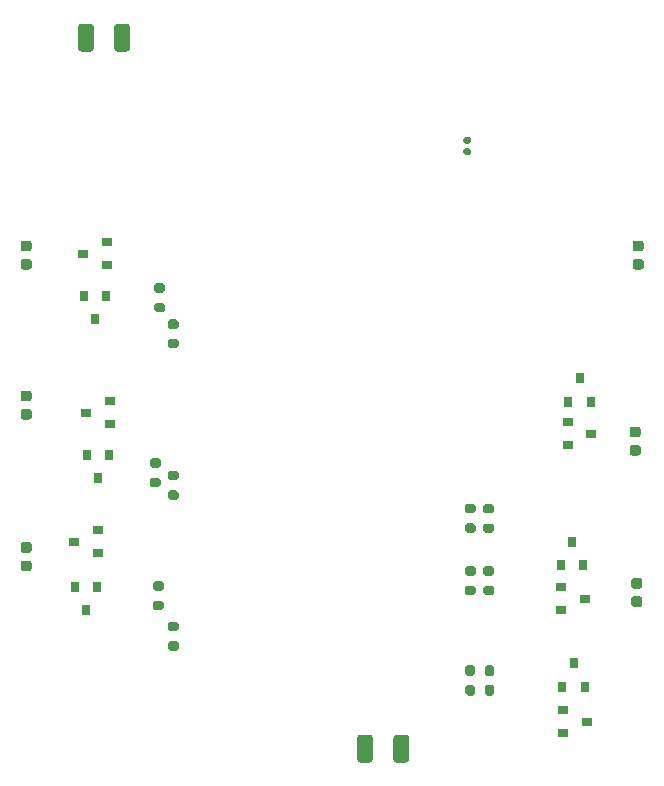
<source format=gbr>
G04 #@! TF.GenerationSoftware,KiCad,Pcbnew,5.1.9*
G04 #@! TF.CreationDate,2021-05-04T19:13:35+02:00*
G04 #@! TF.ProjectId,12v_FAN_Pico,3132765f-4641-44e5-9f50-69636f2e6b69,rev?*
G04 #@! TF.SameCoordinates,Original*
G04 #@! TF.FileFunction,Paste,Top*
G04 #@! TF.FilePolarity,Positive*
%FSLAX46Y46*%
G04 Gerber Fmt 4.6, Leading zero omitted, Abs format (unit mm)*
G04 Created by KiCad (PCBNEW 5.1.9) date 2021-05-04 19:13:35*
%MOMM*%
%LPD*%
G01*
G04 APERTURE LIST*
%ADD10R,0.900000X0.800000*%
%ADD11R,0.800000X0.900000*%
G04 APERTURE END LIST*
D10*
X47006000Y-77978000D03*
X49006000Y-77028000D03*
X49006000Y-78928000D03*
D11*
X48006000Y-83804000D03*
X47056000Y-81804000D03*
X48956000Y-81804000D03*
G36*
G01*
X94492000Y-54046000D02*
X94992000Y-54046000D01*
G75*
G02*
X95217000Y-54271000I0J-225000D01*
G01*
X95217000Y-54721000D01*
G75*
G02*
X94992000Y-54946000I-225000J0D01*
G01*
X94492000Y-54946000D01*
G75*
G02*
X94267000Y-54721000I0J225000D01*
G01*
X94267000Y-54271000D01*
G75*
G02*
X94492000Y-54046000I225000J0D01*
G01*
G37*
G36*
G01*
X94492000Y-52496000D02*
X94992000Y-52496000D01*
G75*
G02*
X95217000Y-52721000I0J-225000D01*
G01*
X95217000Y-53171000D01*
G75*
G02*
X94992000Y-53396000I-225000J0D01*
G01*
X94492000Y-53396000D01*
G75*
G02*
X94267000Y-53171000I0J225000D01*
G01*
X94267000Y-52721000D01*
G75*
G02*
X94492000Y-52496000I225000J0D01*
G01*
G37*
G36*
G01*
X94238000Y-69794000D02*
X94738000Y-69794000D01*
G75*
G02*
X94963000Y-70019000I0J-225000D01*
G01*
X94963000Y-70469000D01*
G75*
G02*
X94738000Y-70694000I-225000J0D01*
G01*
X94238000Y-70694000D01*
G75*
G02*
X94013000Y-70469000I0J225000D01*
G01*
X94013000Y-70019000D01*
G75*
G02*
X94238000Y-69794000I225000J0D01*
G01*
G37*
G36*
G01*
X94238000Y-68244000D02*
X94738000Y-68244000D01*
G75*
G02*
X94963000Y-68469000I0J-225000D01*
G01*
X94963000Y-68919000D01*
G75*
G02*
X94738000Y-69144000I-225000J0D01*
G01*
X94238000Y-69144000D01*
G75*
G02*
X94013000Y-68919000I0J225000D01*
G01*
X94013000Y-68469000D01*
G75*
G02*
X94238000Y-68244000I225000J0D01*
G01*
G37*
G36*
G01*
X94365000Y-82608000D02*
X94865000Y-82608000D01*
G75*
G02*
X95090000Y-82833000I0J-225000D01*
G01*
X95090000Y-83283000D01*
G75*
G02*
X94865000Y-83508000I-225000J0D01*
G01*
X94365000Y-83508000D01*
G75*
G02*
X94140000Y-83283000I0J225000D01*
G01*
X94140000Y-82833000D01*
G75*
G02*
X94365000Y-82608000I225000J0D01*
G01*
G37*
G36*
G01*
X94365000Y-81058000D02*
X94865000Y-81058000D01*
G75*
G02*
X95090000Y-81283000I0J-225000D01*
G01*
X95090000Y-81733000D01*
G75*
G02*
X94865000Y-81958000I-225000J0D01*
G01*
X94365000Y-81958000D01*
G75*
G02*
X94140000Y-81733000I0J225000D01*
G01*
X94140000Y-81283000D01*
G75*
G02*
X94365000Y-81058000I225000J0D01*
G01*
G37*
G36*
G01*
X42676000Y-79573000D02*
X43176000Y-79573000D01*
G75*
G02*
X43401000Y-79798000I0J-225000D01*
G01*
X43401000Y-80248000D01*
G75*
G02*
X43176000Y-80473000I-225000J0D01*
G01*
X42676000Y-80473000D01*
G75*
G02*
X42451000Y-80248000I0J225000D01*
G01*
X42451000Y-79798000D01*
G75*
G02*
X42676000Y-79573000I225000J0D01*
G01*
G37*
G36*
G01*
X42676000Y-78023000D02*
X43176000Y-78023000D01*
G75*
G02*
X43401000Y-78248000I0J-225000D01*
G01*
X43401000Y-78698000D01*
G75*
G02*
X43176000Y-78923000I-225000J0D01*
G01*
X42676000Y-78923000D01*
G75*
G02*
X42451000Y-78698000I0J225000D01*
G01*
X42451000Y-78248000D01*
G75*
G02*
X42676000Y-78023000I225000J0D01*
G01*
G37*
G36*
G01*
X42676000Y-66746000D02*
X43176000Y-66746000D01*
G75*
G02*
X43401000Y-66971000I0J-225000D01*
G01*
X43401000Y-67421000D01*
G75*
G02*
X43176000Y-67646000I-225000J0D01*
G01*
X42676000Y-67646000D01*
G75*
G02*
X42451000Y-67421000I0J225000D01*
G01*
X42451000Y-66971000D01*
G75*
G02*
X42676000Y-66746000I225000J0D01*
G01*
G37*
G36*
G01*
X42676000Y-65196000D02*
X43176000Y-65196000D01*
G75*
G02*
X43401000Y-65421000I0J-225000D01*
G01*
X43401000Y-65871000D01*
G75*
G02*
X43176000Y-66096000I-225000J0D01*
G01*
X42676000Y-66096000D01*
G75*
G02*
X42451000Y-65871000I0J225000D01*
G01*
X42451000Y-65421000D01*
G75*
G02*
X42676000Y-65196000I225000J0D01*
G01*
G37*
G36*
G01*
X42676000Y-54046000D02*
X43176000Y-54046000D01*
G75*
G02*
X43401000Y-54271000I0J-225000D01*
G01*
X43401000Y-54721000D01*
G75*
G02*
X43176000Y-54946000I-225000J0D01*
G01*
X42676000Y-54946000D01*
G75*
G02*
X42451000Y-54721000I0J225000D01*
G01*
X42451000Y-54271000D01*
G75*
G02*
X42676000Y-54046000I225000J0D01*
G01*
G37*
G36*
G01*
X42676000Y-52496000D02*
X43176000Y-52496000D01*
G75*
G02*
X43401000Y-52721000I0J-225000D01*
G01*
X43401000Y-53171000D01*
G75*
G02*
X43176000Y-53396000I-225000J0D01*
G01*
X42676000Y-53396000D01*
G75*
G02*
X42451000Y-53171000I0J225000D01*
G01*
X42451000Y-52721000D01*
G75*
G02*
X42676000Y-52496000I225000J0D01*
G01*
G37*
G36*
G01*
X80094000Y-44678000D02*
X80434000Y-44678000D01*
G75*
G02*
X80574000Y-44818000I0J-140000D01*
G01*
X80574000Y-45098000D01*
G75*
G02*
X80434000Y-45238000I-140000J0D01*
G01*
X80094000Y-45238000D01*
G75*
G02*
X79954000Y-45098000I0J140000D01*
G01*
X79954000Y-44818000D01*
G75*
G02*
X80094000Y-44678000I140000J0D01*
G01*
G37*
G36*
G01*
X80094000Y-43718000D02*
X80434000Y-43718000D01*
G75*
G02*
X80574000Y-43858000I0J-140000D01*
G01*
X80574000Y-44138000D01*
G75*
G02*
X80434000Y-44278000I-140000J0D01*
G01*
X80094000Y-44278000D01*
G75*
G02*
X79954000Y-44138000I0J140000D01*
G01*
X79954000Y-43858000D01*
G75*
G02*
X80094000Y-43718000I140000J0D01*
G01*
G37*
G36*
G01*
X48641500Y-34380997D02*
X48641500Y-36231003D01*
G75*
G02*
X48391503Y-36481000I-249997J0D01*
G01*
X47566497Y-36481000D01*
G75*
G02*
X47316500Y-36231003I0J249997D01*
G01*
X47316500Y-34380997D01*
G75*
G02*
X47566497Y-34131000I249997J0D01*
G01*
X48391503Y-34131000D01*
G75*
G02*
X48641500Y-34380997I0J-249997D01*
G01*
G37*
G36*
G01*
X51716500Y-34380997D02*
X51716500Y-36231003D01*
G75*
G02*
X51466503Y-36481000I-249997J0D01*
G01*
X50641497Y-36481000D01*
G75*
G02*
X50391500Y-36231003I0J249997D01*
G01*
X50391500Y-34380997D01*
G75*
G02*
X50641497Y-34131000I249997J0D01*
G01*
X51466503Y-34131000D01*
G75*
G02*
X51716500Y-34380997I0J-249997D01*
G01*
G37*
X89789000Y-64151000D03*
X90739000Y-66151000D03*
X88839000Y-66151000D03*
X89154000Y-77994000D03*
X90104000Y-79994000D03*
X88204000Y-79994000D03*
X49022000Y-72628000D03*
X48072000Y-70628000D03*
X49972000Y-70628000D03*
X89281000Y-88281000D03*
X90231000Y-90281000D03*
X88331000Y-90281000D03*
X48768000Y-59166000D03*
X47818000Y-57166000D03*
X49718000Y-57166000D03*
D10*
X90789000Y-68834000D03*
X88789000Y-69784000D03*
X88789000Y-67884000D03*
X90200203Y-82807282D03*
X88200203Y-83757282D03*
X88200203Y-81857282D03*
X50022000Y-68006000D03*
X50022000Y-66106000D03*
X48022000Y-67056000D03*
X90408000Y-93218000D03*
X88408000Y-94168000D03*
X88408000Y-92268000D03*
X47768000Y-53594000D03*
X49768000Y-52644000D03*
X49768000Y-54544000D03*
G36*
G01*
X74027000Y-96429003D02*
X74027000Y-94578997D01*
G75*
G02*
X74276997Y-94329000I249997J0D01*
G01*
X75102003Y-94329000D01*
G75*
G02*
X75352000Y-94578997I0J-249997D01*
G01*
X75352000Y-96429003D01*
G75*
G02*
X75102003Y-96679000I-249997J0D01*
G01*
X74276997Y-96679000D01*
G75*
G02*
X74027000Y-96429003I0J249997D01*
G01*
G37*
G36*
G01*
X70952000Y-96429003D02*
X70952000Y-94578997D01*
G75*
G02*
X71201997Y-94329000I249997J0D01*
G01*
X72027003Y-94329000D01*
G75*
G02*
X72277000Y-94578997I0J-249997D01*
G01*
X72277000Y-96429003D01*
G75*
G02*
X72027003Y-96679000I-249997J0D01*
G01*
X71201997Y-96679000D01*
G75*
G02*
X70952000Y-96429003I0J249997D01*
G01*
G37*
G36*
G01*
X55097000Y-86404000D02*
X55647000Y-86404000D01*
G75*
G02*
X55847000Y-86604000I0J-200000D01*
G01*
X55847000Y-87004000D01*
G75*
G02*
X55647000Y-87204000I-200000J0D01*
G01*
X55097000Y-87204000D01*
G75*
G02*
X54897000Y-87004000I0J200000D01*
G01*
X54897000Y-86604000D01*
G75*
G02*
X55097000Y-86404000I200000J0D01*
G01*
G37*
G36*
G01*
X55097000Y-84754000D02*
X55647000Y-84754000D01*
G75*
G02*
X55847000Y-84954000I0J-200000D01*
G01*
X55847000Y-85354000D01*
G75*
G02*
X55647000Y-85554000I-200000J0D01*
G01*
X55097000Y-85554000D01*
G75*
G02*
X54897000Y-85354000I0J200000D01*
G01*
X54897000Y-84954000D01*
G75*
G02*
X55097000Y-84754000I200000J0D01*
G01*
G37*
G36*
G01*
X54377000Y-82125000D02*
X53827000Y-82125000D01*
G75*
G02*
X53627000Y-81925000I0J200000D01*
G01*
X53627000Y-81525000D01*
G75*
G02*
X53827000Y-81325000I200000J0D01*
G01*
X54377000Y-81325000D01*
G75*
G02*
X54577000Y-81525000I0J-200000D01*
G01*
X54577000Y-81925000D01*
G75*
G02*
X54377000Y-82125000I-200000J0D01*
G01*
G37*
G36*
G01*
X54377000Y-83775000D02*
X53827000Y-83775000D01*
G75*
G02*
X53627000Y-83575000I0J200000D01*
G01*
X53627000Y-83175000D01*
G75*
G02*
X53827000Y-82975000I200000J0D01*
G01*
X54377000Y-82975000D01*
G75*
G02*
X54577000Y-83175000I0J-200000D01*
G01*
X54577000Y-83575000D01*
G75*
G02*
X54377000Y-83775000I-200000J0D01*
G01*
G37*
G36*
G01*
X81793487Y-76440007D02*
X82343487Y-76440007D01*
G75*
G02*
X82543487Y-76640007I0J-200000D01*
G01*
X82543487Y-77040007D01*
G75*
G02*
X82343487Y-77240007I-200000J0D01*
G01*
X81793487Y-77240007D01*
G75*
G02*
X81593487Y-77040007I0J200000D01*
G01*
X81593487Y-76640007D01*
G75*
G02*
X81793487Y-76440007I200000J0D01*
G01*
G37*
G36*
G01*
X81793487Y-74790007D02*
X82343487Y-74790007D01*
G75*
G02*
X82543487Y-74990007I0J-200000D01*
G01*
X82543487Y-75390007D01*
G75*
G02*
X82343487Y-75590007I-200000J0D01*
G01*
X81793487Y-75590007D01*
G75*
G02*
X81593487Y-75390007I0J200000D01*
G01*
X81593487Y-74990007D01*
G75*
G02*
X81793487Y-74790007I200000J0D01*
G01*
G37*
G36*
G01*
X81814923Y-81703430D02*
X82364923Y-81703430D01*
G75*
G02*
X82564923Y-81903430I0J-200000D01*
G01*
X82564923Y-82303430D01*
G75*
G02*
X82364923Y-82503430I-200000J0D01*
G01*
X81814923Y-82503430D01*
G75*
G02*
X81614923Y-82303430I0J200000D01*
G01*
X81614923Y-81903430D01*
G75*
G02*
X81814923Y-81703430I200000J0D01*
G01*
G37*
G36*
G01*
X81814923Y-80053430D02*
X82364923Y-80053430D01*
G75*
G02*
X82564923Y-80253430I0J-200000D01*
G01*
X82564923Y-80653430D01*
G75*
G02*
X82364923Y-80853430I-200000J0D01*
G01*
X81814923Y-80853430D01*
G75*
G02*
X81614923Y-80653430I0J200000D01*
G01*
X81614923Y-80253430D01*
G75*
G02*
X81814923Y-80053430I200000J0D01*
G01*
G37*
G36*
G01*
X53573000Y-72561000D02*
X54123000Y-72561000D01*
G75*
G02*
X54323000Y-72761000I0J-200000D01*
G01*
X54323000Y-73161000D01*
G75*
G02*
X54123000Y-73361000I-200000J0D01*
G01*
X53573000Y-73361000D01*
G75*
G02*
X53373000Y-73161000I0J200000D01*
G01*
X53373000Y-72761000D01*
G75*
G02*
X53573000Y-72561000I200000J0D01*
G01*
G37*
G36*
G01*
X53573000Y-70911000D02*
X54123000Y-70911000D01*
G75*
G02*
X54323000Y-71111000I0J-200000D01*
G01*
X54323000Y-71511000D01*
G75*
G02*
X54123000Y-71711000I-200000J0D01*
G01*
X53573000Y-71711000D01*
G75*
G02*
X53373000Y-71511000I0J200000D01*
G01*
X53373000Y-71111000D01*
G75*
G02*
X53573000Y-70911000I200000J0D01*
G01*
G37*
G36*
G01*
X80918000Y-90276000D02*
X80918000Y-90826000D01*
G75*
G02*
X80718000Y-91026000I-200000J0D01*
G01*
X80318000Y-91026000D01*
G75*
G02*
X80118000Y-90826000I0J200000D01*
G01*
X80118000Y-90276000D01*
G75*
G02*
X80318000Y-90076000I200000J0D01*
G01*
X80718000Y-90076000D01*
G75*
G02*
X80918000Y-90276000I0J-200000D01*
G01*
G37*
G36*
G01*
X82568000Y-90276000D02*
X82568000Y-90826000D01*
G75*
G02*
X82368000Y-91026000I-200000J0D01*
G01*
X81968000Y-91026000D01*
G75*
G02*
X81768000Y-90826000I0J200000D01*
G01*
X81768000Y-90276000D01*
G75*
G02*
X81968000Y-90076000I200000J0D01*
G01*
X82368000Y-90076000D01*
G75*
G02*
X82568000Y-90276000I0J-200000D01*
G01*
G37*
G36*
G01*
X54504000Y-56916000D02*
X53954000Y-56916000D01*
G75*
G02*
X53754000Y-56716000I0J200000D01*
G01*
X53754000Y-56316000D01*
G75*
G02*
X53954000Y-56116000I200000J0D01*
G01*
X54504000Y-56116000D01*
G75*
G02*
X54704000Y-56316000I0J-200000D01*
G01*
X54704000Y-56716000D01*
G75*
G02*
X54504000Y-56916000I-200000J0D01*
G01*
G37*
G36*
G01*
X54504000Y-58566000D02*
X53954000Y-58566000D01*
G75*
G02*
X53754000Y-58366000I0J200000D01*
G01*
X53754000Y-57966000D01*
G75*
G02*
X53954000Y-57766000I200000J0D01*
G01*
X54504000Y-57766000D01*
G75*
G02*
X54704000Y-57966000I0J-200000D01*
G01*
X54704000Y-58366000D01*
G75*
G02*
X54504000Y-58566000I-200000J0D01*
G01*
G37*
G36*
G01*
X80918000Y-88625000D02*
X80918000Y-89175000D01*
G75*
G02*
X80718000Y-89375000I-200000J0D01*
G01*
X80318000Y-89375000D01*
G75*
G02*
X80118000Y-89175000I0J200000D01*
G01*
X80118000Y-88625000D01*
G75*
G02*
X80318000Y-88425000I200000J0D01*
G01*
X80718000Y-88425000D01*
G75*
G02*
X80918000Y-88625000I0J-200000D01*
G01*
G37*
G36*
G01*
X82568000Y-88625000D02*
X82568000Y-89175000D01*
G75*
G02*
X82368000Y-89375000I-200000J0D01*
G01*
X81968000Y-89375000D01*
G75*
G02*
X81768000Y-89175000I0J200000D01*
G01*
X81768000Y-88625000D01*
G75*
G02*
X81968000Y-88425000I200000J0D01*
G01*
X82368000Y-88425000D01*
G75*
G02*
X82568000Y-88625000I0J-200000D01*
G01*
G37*
G36*
G01*
X80243000Y-76434000D02*
X80793000Y-76434000D01*
G75*
G02*
X80993000Y-76634000I0J-200000D01*
G01*
X80993000Y-77034000D01*
G75*
G02*
X80793000Y-77234000I-200000J0D01*
G01*
X80243000Y-77234000D01*
G75*
G02*
X80043000Y-77034000I0J200000D01*
G01*
X80043000Y-76634000D01*
G75*
G02*
X80243000Y-76434000I200000J0D01*
G01*
G37*
G36*
G01*
X80243000Y-74784000D02*
X80793000Y-74784000D01*
G75*
G02*
X80993000Y-74984000I0J-200000D01*
G01*
X80993000Y-75384000D01*
G75*
G02*
X80793000Y-75584000I-200000J0D01*
G01*
X80243000Y-75584000D01*
G75*
G02*
X80043000Y-75384000I0J200000D01*
G01*
X80043000Y-74984000D01*
G75*
G02*
X80243000Y-74784000I200000J0D01*
G01*
G37*
G36*
G01*
X80243000Y-81705000D02*
X80793000Y-81705000D01*
G75*
G02*
X80993000Y-81905000I0J-200000D01*
G01*
X80993000Y-82305000D01*
G75*
G02*
X80793000Y-82505000I-200000J0D01*
G01*
X80243000Y-82505000D01*
G75*
G02*
X80043000Y-82305000I0J200000D01*
G01*
X80043000Y-81905000D01*
G75*
G02*
X80243000Y-81705000I200000J0D01*
G01*
G37*
G36*
G01*
X80243000Y-80055000D02*
X80793000Y-80055000D01*
G75*
G02*
X80993000Y-80255000I0J-200000D01*
G01*
X80993000Y-80655000D01*
G75*
G02*
X80793000Y-80855000I-200000J0D01*
G01*
X80243000Y-80855000D01*
G75*
G02*
X80043000Y-80655000I0J200000D01*
G01*
X80043000Y-80255000D01*
G75*
G02*
X80243000Y-80055000I200000J0D01*
G01*
G37*
G36*
G01*
X55097000Y-73640000D02*
X55647000Y-73640000D01*
G75*
G02*
X55847000Y-73840000I0J-200000D01*
G01*
X55847000Y-74240000D01*
G75*
G02*
X55647000Y-74440000I-200000J0D01*
G01*
X55097000Y-74440000D01*
G75*
G02*
X54897000Y-74240000I0J200000D01*
G01*
X54897000Y-73840000D01*
G75*
G02*
X55097000Y-73640000I200000J0D01*
G01*
G37*
G36*
G01*
X55097000Y-71990000D02*
X55647000Y-71990000D01*
G75*
G02*
X55847000Y-72190000I0J-200000D01*
G01*
X55847000Y-72590000D01*
G75*
G02*
X55647000Y-72790000I-200000J0D01*
G01*
X55097000Y-72790000D01*
G75*
G02*
X54897000Y-72590000I0J200000D01*
G01*
X54897000Y-72190000D01*
G75*
G02*
X55097000Y-71990000I200000J0D01*
G01*
G37*
G36*
G01*
X55097000Y-60814000D02*
X55647000Y-60814000D01*
G75*
G02*
X55847000Y-61014000I0J-200000D01*
G01*
X55847000Y-61414000D01*
G75*
G02*
X55647000Y-61614000I-200000J0D01*
G01*
X55097000Y-61614000D01*
G75*
G02*
X54897000Y-61414000I0J200000D01*
G01*
X54897000Y-61014000D01*
G75*
G02*
X55097000Y-60814000I200000J0D01*
G01*
G37*
G36*
G01*
X55097000Y-59164000D02*
X55647000Y-59164000D01*
G75*
G02*
X55847000Y-59364000I0J-200000D01*
G01*
X55847000Y-59764000D01*
G75*
G02*
X55647000Y-59964000I-200000J0D01*
G01*
X55097000Y-59964000D01*
G75*
G02*
X54897000Y-59764000I0J200000D01*
G01*
X54897000Y-59364000D01*
G75*
G02*
X55097000Y-59164000I200000J0D01*
G01*
G37*
M02*

</source>
